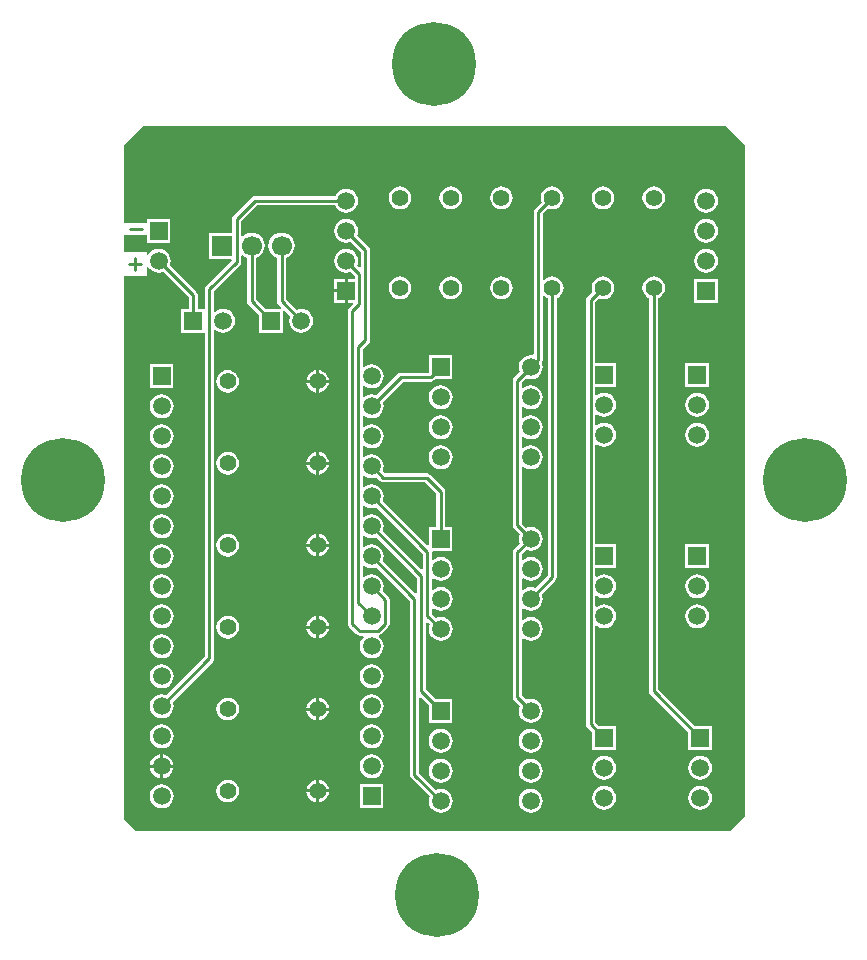
<source format=gtl>
G04 Layer_Physical_Order=1*
G04 Layer_Color=255*
%FSLAX44Y44*%
%MOMM*%
G71*
G01*
G75*
%ADD10C,0.2540*%
%ADD11R,1.5000X1.5000*%
%ADD12C,1.5000*%
%ADD13R,1.5000X1.5000*%
%ADD14C,1.4000*%
%ADD15R,1.7000X1.7000*%
%ADD16C,1.7000*%
%ADD17C,7.1000*%
G36*
X1118870Y1116330D02*
X1118870Y548640D01*
X1106170Y535940D01*
X603250D01*
X593090Y546100D01*
Y1005839D01*
X612137D01*
Y1013522D01*
X613407Y1013774D01*
X613530Y1013477D01*
X615139Y1011379D01*
X617237Y1009770D01*
X619679Y1008758D01*
X622300Y1008413D01*
X624921Y1008758D01*
X626100Y1009247D01*
X647625Y987721D01*
Y977780D01*
X641470D01*
Y957700D01*
X661341D01*
Y683345D01*
X628640Y650643D01*
X627461Y651132D01*
X624840Y651477D01*
X622219Y651132D01*
X619777Y650120D01*
X617679Y648511D01*
X616070Y646413D01*
X615058Y643971D01*
X614713Y641350D01*
X615058Y638729D01*
X616070Y636287D01*
X617679Y634189D01*
X619777Y632580D01*
X622219Y631568D01*
X624840Y631223D01*
X627461Y631568D01*
X629903Y632580D01*
X632001Y634189D01*
X633610Y636287D01*
X634622Y638729D01*
X634967Y641350D01*
X634622Y643971D01*
X634133Y645150D01*
X667973Y678989D01*
X668815Y680249D01*
X669111Y681736D01*
Y959469D01*
X670381Y960095D01*
X671847Y958970D01*
X674289Y957958D01*
X676910Y957613D01*
X679531Y957958D01*
X681973Y958970D01*
X684071Y960579D01*
X685680Y962677D01*
X686692Y965119D01*
X687037Y967740D01*
X686692Y970361D01*
X685680Y972803D01*
X684071Y974901D01*
X681973Y976510D01*
X679531Y977522D01*
X676910Y977867D01*
X674289Y977522D01*
X671847Y976510D01*
X670381Y975385D01*
X669111Y976011D01*
Y992801D01*
X691087Y1014777D01*
X691929Y1016037D01*
X692225Y1017524D01*
Y1022650D01*
X693495Y1023114D01*
X695472Y1021597D01*
X697155Y1020900D01*
Y984250D01*
X697451Y982763D01*
X698293Y981503D01*
X707510Y972286D01*
Y957700D01*
X727590D01*
Y975947D01*
X728763Y976433D01*
X733657Y971540D01*
X733168Y970361D01*
X732823Y967740D01*
X733168Y965119D01*
X734180Y962677D01*
X735789Y960579D01*
X737887Y958970D01*
X740329Y957958D01*
X742950Y957613D01*
X745571Y957958D01*
X748013Y958970D01*
X750111Y960579D01*
X751720Y962677D01*
X752732Y965119D01*
X753077Y967740D01*
X752732Y970361D01*
X751720Y972803D01*
X750111Y974901D01*
X748013Y976510D01*
X745571Y977522D01*
X742950Y977867D01*
X740329Y977522D01*
X739150Y977033D01*
X730325Y985859D01*
Y1020900D01*
X732008Y1021597D01*
X734314Y1023366D01*
X736083Y1025672D01*
X737196Y1028358D01*
X737575Y1031240D01*
X737196Y1034122D01*
X736083Y1036808D01*
X734314Y1039114D01*
X732008Y1040883D01*
X729322Y1041996D01*
X726440Y1042375D01*
X723558Y1041996D01*
X720872Y1040883D01*
X718566Y1039114D01*
X716797Y1036808D01*
X715684Y1034122D01*
X715305Y1031240D01*
X715684Y1028358D01*
X716797Y1025672D01*
X718566Y1023366D01*
X720872Y1021597D01*
X722555Y1020900D01*
Y984250D01*
X722851Y982763D01*
X723693Y981503D01*
X726243Y978953D01*
X725757Y977780D01*
X713004D01*
X704925Y985859D01*
Y1020900D01*
X706608Y1021597D01*
X708914Y1023366D01*
X710683Y1025672D01*
X711796Y1028358D01*
X712175Y1031240D01*
X711796Y1034122D01*
X710683Y1036808D01*
X708914Y1039114D01*
X706608Y1040883D01*
X703922Y1041996D01*
X701040Y1042375D01*
X698158Y1041996D01*
X695472Y1040883D01*
X693495Y1039366D01*
X692225Y1039830D01*
Y1051983D01*
X705697Y1065455D01*
X771792D01*
X772280Y1064277D01*
X773889Y1062179D01*
X775987Y1060570D01*
X778429Y1059558D01*
X781050Y1059213D01*
X783671Y1059558D01*
X786113Y1060570D01*
X788211Y1062179D01*
X789820Y1064277D01*
X790832Y1066719D01*
X791177Y1069340D01*
X790832Y1071961D01*
X789820Y1074403D01*
X788211Y1076501D01*
X786113Y1078110D01*
X783671Y1079122D01*
X781050Y1079467D01*
X778429Y1079122D01*
X775987Y1078110D01*
X773889Y1076501D01*
X772280Y1074403D01*
X771792Y1073225D01*
X704088D01*
X702601Y1072929D01*
X701341Y1072087D01*
X685593Y1056339D01*
X684751Y1055079D01*
X684455Y1053592D01*
Y1042280D01*
X664600D01*
Y1020200D01*
X683965D01*
X684252Y1018930D01*
X662479Y997157D01*
X661637Y995897D01*
X661341Y994410D01*
Y977780D01*
X655395D01*
Y989330D01*
X655099Y990817D01*
X654257Y992077D01*
X631593Y1014740D01*
X632082Y1015919D01*
X632427Y1018540D01*
X632082Y1021161D01*
X631070Y1023603D01*
X629461Y1025701D01*
X627363Y1027310D01*
X624921Y1028322D01*
X622300Y1028667D01*
X619679Y1028322D01*
X617237Y1027310D01*
X615139Y1025701D01*
X613530Y1023603D01*
X613407Y1023306D01*
X612137Y1023558D01*
Y1026156D01*
X593090D01*
Y1040127D01*
X612260D01*
Y1033900D01*
X632340D01*
Y1053980D01*
X612260D01*
Y1050287D01*
X593090D01*
Y1116330D01*
X609600Y1132840D01*
X1102360Y1132840D01*
X1118870Y1116330D01*
D02*
G37*
%LPC*%
G36*
X624840Y676877D02*
X622219Y676532D01*
X619777Y675520D01*
X617679Y673911D01*
X616070Y671813D01*
X615058Y669371D01*
X614713Y666750D01*
X615058Y664129D01*
X616070Y661687D01*
X617679Y659589D01*
X619777Y657980D01*
X622219Y656968D01*
X624840Y656623D01*
X627461Y656968D01*
X629903Y657980D01*
X632001Y659589D01*
X633610Y661687D01*
X634622Y664129D01*
X634967Y666750D01*
X634622Y669371D01*
X633610Y671813D01*
X632001Y673911D01*
X629903Y675520D01*
X627461Y676532D01*
X624840Y676877D01*
D02*
G37*
G36*
X758190Y648392D02*
Y640207D01*
X766375D01*
X766214Y641427D01*
X765253Y643748D01*
X763724Y645741D01*
X761731Y647270D01*
X759410Y648231D01*
X758190Y648392D01*
D02*
G37*
G36*
X680720Y717901D02*
X678230Y717573D01*
X675909Y716612D01*
X673916Y715083D01*
X672387Y713090D01*
X671426Y710769D01*
X671098Y708279D01*
X671426Y705789D01*
X672387Y703468D01*
X673916Y701475D01*
X675909Y699946D01*
X678230Y698985D01*
X680720Y698657D01*
X683210Y698985D01*
X685531Y699946D01*
X687524Y701475D01*
X689053Y703468D01*
X690014Y705789D01*
X690342Y708279D01*
X690014Y710769D01*
X689053Y713090D01*
X687524Y715083D01*
X685531Y716612D01*
X683210Y717573D01*
X680720Y717901D01*
D02*
G37*
G36*
X624840Y702277D02*
X622219Y701932D01*
X619777Y700920D01*
X617679Y699311D01*
X616070Y697213D01*
X615058Y694771D01*
X614713Y692150D01*
X615058Y689529D01*
X616070Y687087D01*
X617679Y684989D01*
X619777Y683380D01*
X622219Y682368D01*
X624840Y682023D01*
X627461Y682368D01*
X629903Y683380D01*
X632001Y684989D01*
X633610Y687087D01*
X634622Y689529D01*
X634967Y692150D01*
X634622Y694771D01*
X633610Y697213D01*
X632001Y699311D01*
X629903Y700920D01*
X627461Y701932D01*
X624840Y702277D01*
D02*
G37*
G36*
X802640Y676877D02*
X800019Y676532D01*
X797577Y675520D01*
X795479Y673911D01*
X793870Y671813D01*
X792858Y669371D01*
X792513Y666750D01*
X792858Y664129D01*
X793870Y661687D01*
X795479Y659589D01*
X797577Y657980D01*
X800019Y656968D01*
X802640Y656623D01*
X805261Y656968D01*
X807703Y657980D01*
X809801Y659589D01*
X811410Y661687D01*
X812422Y664129D01*
X812767Y666750D01*
X812422Y669371D01*
X811410Y671813D01*
X809801Y673911D01*
X807703Y675520D01*
X805261Y676532D01*
X802640Y676877D01*
D02*
G37*
G36*
X755650Y637667D02*
X747465D01*
X747626Y636447D01*
X748587Y634126D01*
X750116Y632133D01*
X752109Y630604D01*
X754430Y629643D01*
X755650Y629482D01*
Y637667D01*
D02*
G37*
G36*
X680720Y648559D02*
X678230Y648231D01*
X675909Y647270D01*
X673916Y645741D01*
X672387Y643748D01*
X671426Y641427D01*
X671098Y638937D01*
X671426Y636447D01*
X672387Y634126D01*
X673916Y632133D01*
X675909Y630604D01*
X678230Y629643D01*
X680720Y629315D01*
X683210Y629643D01*
X685531Y630604D01*
X687524Y632133D01*
X689053Y634126D01*
X690014Y636447D01*
X690342Y638937D01*
X690014Y641427D01*
X689053Y643748D01*
X687524Y645741D01*
X685531Y647270D01*
X683210Y648231D01*
X680720Y648559D01*
D02*
G37*
G36*
X802640Y626077D02*
X800019Y625732D01*
X797577Y624720D01*
X795479Y623111D01*
X793870Y621013D01*
X792858Y618571D01*
X792513Y615950D01*
X792858Y613329D01*
X793870Y610887D01*
X795479Y608789D01*
X797577Y607180D01*
X800019Y606168D01*
X802640Y605823D01*
X805261Y606168D01*
X807703Y607180D01*
X809801Y608789D01*
X811410Y610887D01*
X812422Y613329D01*
X812767Y615950D01*
X812422Y618571D01*
X811410Y621013D01*
X809801Y623111D01*
X807703Y624720D01*
X805261Y625732D01*
X802640Y626077D01*
D02*
G37*
G36*
X755650Y648392D02*
X754430Y648231D01*
X752109Y647270D01*
X750116Y645741D01*
X748587Y643748D01*
X747626Y641427D01*
X747465Y640207D01*
X755650D01*
Y648392D01*
D02*
G37*
G36*
X802640Y651477D02*
X800019Y651132D01*
X797577Y650120D01*
X795479Y648511D01*
X793870Y646413D01*
X792858Y643971D01*
X792513Y641350D01*
X792858Y638729D01*
X793870Y636287D01*
X795479Y634189D01*
X797577Y632580D01*
X800019Y631568D01*
X802640Y631223D01*
X805261Y631568D01*
X807703Y632580D01*
X809801Y634189D01*
X811410Y636287D01*
X812422Y638729D01*
X812767Y641350D01*
X812422Y643971D01*
X811410Y646413D01*
X809801Y648511D01*
X807703Y650120D01*
X805261Y651132D01*
X802640Y651477D01*
D02*
G37*
G36*
X766375Y637667D02*
X758190D01*
Y629482D01*
X759410Y629643D01*
X761731Y630604D01*
X763724Y632133D01*
X765253Y634126D01*
X766214Y636447D01*
X766375Y637667D01*
D02*
G37*
G36*
X1078230Y753077D02*
X1075609Y752732D01*
X1073167Y751720D01*
X1071069Y750111D01*
X1069460Y748013D01*
X1068448Y745571D01*
X1068103Y742950D01*
X1068448Y740329D01*
X1069460Y737887D01*
X1071069Y735789D01*
X1073167Y734180D01*
X1075609Y733168D01*
X1078230Y732823D01*
X1080851Y733168D01*
X1083293Y734180D01*
X1085391Y735789D01*
X1087000Y737887D01*
X1088012Y740329D01*
X1088357Y742950D01*
X1088012Y745571D01*
X1087000Y748013D01*
X1085391Y750111D01*
X1083293Y751720D01*
X1080851Y752732D01*
X1078230Y753077D01*
D02*
G37*
G36*
X624840D02*
X622219Y752732D01*
X619777Y751720D01*
X617679Y750111D01*
X616070Y748013D01*
X615058Y745571D01*
X614713Y742950D01*
X615058Y740329D01*
X616070Y737887D01*
X617679Y735789D01*
X619777Y734180D01*
X622219Y733168D01*
X624840Y732823D01*
X627461Y733168D01*
X629903Y734180D01*
X632001Y735789D01*
X633610Y737887D01*
X634622Y740329D01*
X634967Y742950D01*
X634622Y745571D01*
X633610Y748013D01*
X632001Y750111D01*
X629903Y751720D01*
X627461Y752732D01*
X624840Y753077D01*
D02*
G37*
G36*
Y778477D02*
X622219Y778132D01*
X619777Y777120D01*
X617679Y775511D01*
X616070Y773413D01*
X615058Y770971D01*
X614713Y768350D01*
X615058Y765729D01*
X616070Y763287D01*
X617679Y761189D01*
X619777Y759580D01*
X622219Y758568D01*
X624840Y758223D01*
X627461Y758568D01*
X629903Y759580D01*
X632001Y761189D01*
X633610Y763287D01*
X634622Y765729D01*
X634967Y768350D01*
X634622Y770971D01*
X633610Y773413D01*
X632001Y775511D01*
X629903Y777120D01*
X627461Y778132D01*
X624840Y778477D01*
D02*
G37*
G36*
X680720Y787243D02*
X678230Y786915D01*
X675909Y785954D01*
X673916Y784425D01*
X672387Y782432D01*
X671426Y780111D01*
X671098Y777621D01*
X671426Y775131D01*
X672387Y772810D01*
X673916Y770817D01*
X675909Y769288D01*
X678230Y768327D01*
X680720Y767999D01*
X683210Y768327D01*
X685531Y769288D01*
X687524Y770817D01*
X689053Y772810D01*
X690014Y775131D01*
X690342Y777621D01*
X690014Y780111D01*
X689053Y782432D01*
X687524Y784425D01*
X685531Y785954D01*
X683210Y786915D01*
X680720Y787243D01*
D02*
G37*
G36*
X1088270Y778390D02*
X1068190D01*
Y758310D01*
X1088270D01*
Y778390D01*
D02*
G37*
G36*
X758190Y717734D02*
Y709549D01*
X766375D01*
X766214Y710769D01*
X765253Y713090D01*
X763724Y715083D01*
X761731Y716612D01*
X759410Y717573D01*
X758190Y717734D01*
D02*
G37*
G36*
X766375Y707009D02*
X758190D01*
Y698824D01*
X759410Y698985D01*
X761731Y699946D01*
X763724Y701475D01*
X765253Y703468D01*
X766214Y705789D01*
X766375Y707009D01*
D02*
G37*
G36*
X755650D02*
X747465D01*
X747626Y705789D01*
X748587Y703468D01*
X750116Y701475D01*
X752109Y699946D01*
X754430Y698985D01*
X755650Y698824D01*
Y707009D01*
D02*
G37*
G36*
X624840Y727677D02*
X622219Y727332D01*
X619777Y726320D01*
X617679Y724711D01*
X616070Y722613D01*
X615058Y720171D01*
X614713Y717550D01*
X615058Y714929D01*
X616070Y712487D01*
X617679Y710389D01*
X619777Y708780D01*
X622219Y707768D01*
X624840Y707423D01*
X627461Y707768D01*
X629903Y708780D01*
X632001Y710389D01*
X633610Y712487D01*
X634622Y714929D01*
X634967Y717550D01*
X634622Y720171D01*
X633610Y722613D01*
X632001Y724711D01*
X629903Y726320D01*
X627461Y727332D01*
X624840Y727677D01*
D02*
G37*
G36*
X755650Y717734D02*
X754430Y717573D01*
X752109Y716612D01*
X750116Y715083D01*
X748587Y713090D01*
X747626Y710769D01*
X747465Y709549D01*
X755650D01*
Y717734D01*
D02*
G37*
G36*
X1078230Y727677D02*
X1075609Y727332D01*
X1073167Y726320D01*
X1071069Y724711D01*
X1069460Y722613D01*
X1068448Y720171D01*
X1068103Y717550D01*
X1068448Y714929D01*
X1069460Y712487D01*
X1071069Y710389D01*
X1073167Y708780D01*
X1075609Y707768D01*
X1078230Y707423D01*
X1080851Y707768D01*
X1083293Y708780D01*
X1085391Y710389D01*
X1087000Y712487D01*
X1088012Y714929D01*
X1088357Y717550D01*
X1088012Y720171D01*
X1087000Y722613D01*
X1085391Y724711D01*
X1083293Y726320D01*
X1080851Y727332D01*
X1078230Y727677D01*
D02*
G37*
G36*
X624840Y626077D02*
X622219Y625732D01*
X619777Y624720D01*
X617679Y623111D01*
X616070Y621013D01*
X615058Y618571D01*
X614713Y615950D01*
X615058Y613329D01*
X616070Y610887D01*
X617679Y608789D01*
X619777Y607180D01*
X622219Y606168D01*
X624840Y605823D01*
X627461Y606168D01*
X629903Y607180D01*
X632001Y608789D01*
X633610Y610887D01*
X634622Y613329D01*
X634967Y615950D01*
X634622Y618571D01*
X633610Y621013D01*
X632001Y623111D01*
X629903Y624720D01*
X627461Y625732D01*
X624840Y626077D01*
D02*
G37*
G36*
X766375Y568325D02*
X758190D01*
Y560140D01*
X759410Y560301D01*
X761731Y561262D01*
X763724Y562791D01*
X765253Y564784D01*
X766214Y567105D01*
X766375Y568325D01*
D02*
G37*
G36*
X755650D02*
X747465D01*
X747626Y567105D01*
X748587Y564784D01*
X750116Y562791D01*
X752109Y561262D01*
X754430Y560301D01*
X755650Y560140D01*
Y568325D01*
D02*
G37*
G36*
Y579050D02*
X754430Y578889D01*
X752109Y577928D01*
X750116Y576399D01*
X748587Y574406D01*
X747626Y572085D01*
X747465Y570865D01*
X755650D01*
Y579050D01*
D02*
G37*
G36*
X861060Y596867D02*
X858439Y596522D01*
X855997Y595510D01*
X853899Y593901D01*
X852290Y591803D01*
X851278Y589361D01*
X850933Y586740D01*
X851278Y584119D01*
X852290Y581677D01*
X853899Y579579D01*
X855997Y577970D01*
X858439Y576958D01*
X861060Y576613D01*
X863681Y576958D01*
X866123Y577970D01*
X868221Y579579D01*
X869830Y581677D01*
X870842Y584119D01*
X871187Y586740D01*
X870842Y589361D01*
X869830Y591803D01*
X868221Y593901D01*
X866123Y595510D01*
X863681Y596522D01*
X861060Y596867D01*
D02*
G37*
G36*
X758190Y579050D02*
Y570865D01*
X766375D01*
X766214Y572085D01*
X765253Y574406D01*
X763724Y576399D01*
X761731Y577928D01*
X759410Y578889D01*
X758190Y579050D01*
D02*
G37*
G36*
X680720Y579217D02*
X678230Y578889D01*
X675909Y577928D01*
X673916Y576399D01*
X672387Y574406D01*
X671426Y572085D01*
X671098Y569595D01*
X671426Y567105D01*
X672387Y564784D01*
X673916Y562791D01*
X675909Y561262D01*
X678230Y560301D01*
X680720Y559973D01*
X683210Y560301D01*
X685531Y561262D01*
X687524Y562791D01*
X689053Y564784D01*
X690014Y567105D01*
X690342Y569595D01*
X690014Y572085D01*
X689053Y574406D01*
X687524Y576399D01*
X685531Y577928D01*
X683210Y578889D01*
X680720Y579217D01*
D02*
G37*
G36*
X999490Y574007D02*
X996869Y573662D01*
X994427Y572650D01*
X992329Y571041D01*
X990720Y568943D01*
X989708Y566501D01*
X989363Y563880D01*
X989708Y561259D01*
X990720Y558817D01*
X992329Y556719D01*
X994427Y555110D01*
X996869Y554098D01*
X999490Y553753D01*
X1002111Y554098D01*
X1004553Y555110D01*
X1006651Y556719D01*
X1008260Y558817D01*
X1009272Y561259D01*
X1009617Y563880D01*
X1009272Y566501D01*
X1008260Y568943D01*
X1006651Y571041D01*
X1004553Y572650D01*
X1002111Y573662D01*
X999490Y574007D01*
D02*
G37*
G36*
X937260Y571467D02*
X934639Y571122D01*
X932197Y570110D01*
X930099Y568501D01*
X928490Y566403D01*
X927478Y563961D01*
X927133Y561340D01*
X927478Y558719D01*
X928490Y556277D01*
X930099Y554179D01*
X932197Y552570D01*
X934639Y551558D01*
X937260Y551213D01*
X939881Y551558D01*
X942323Y552570D01*
X944421Y554179D01*
X946030Y556277D01*
X947042Y558719D01*
X947387Y561340D01*
X947042Y563961D01*
X946030Y566403D01*
X944421Y568501D01*
X942323Y570110D01*
X939881Y571122D01*
X937260Y571467D01*
D02*
G37*
G36*
X1080770Y574007D02*
X1078149Y573662D01*
X1075707Y572650D01*
X1073609Y571041D01*
X1072000Y568943D01*
X1070988Y566501D01*
X1070643Y563880D01*
X1070988Y561259D01*
X1072000Y558817D01*
X1073609Y556719D01*
X1075707Y555110D01*
X1078149Y554098D01*
X1080770Y553753D01*
X1083391Y554098D01*
X1085833Y555110D01*
X1087931Y556719D01*
X1089540Y558817D01*
X1090552Y561259D01*
X1090897Y563880D01*
X1090552Y566501D01*
X1089540Y568943D01*
X1087931Y571041D01*
X1085833Y572650D01*
X1083391Y573662D01*
X1080770Y574007D01*
D02*
G37*
G36*
X812680Y575190D02*
X792600D01*
Y555110D01*
X812680D01*
Y575190D01*
D02*
G37*
G36*
X624840Y575277D02*
X622219Y574932D01*
X619777Y573920D01*
X617679Y572311D01*
X616070Y570213D01*
X615058Y567771D01*
X614713Y565150D01*
X615058Y562529D01*
X616070Y560087D01*
X617679Y557989D01*
X619777Y556380D01*
X622219Y555368D01*
X624840Y555023D01*
X627461Y555368D01*
X629903Y556380D01*
X632001Y557989D01*
X633610Y560087D01*
X634622Y562529D01*
X634967Y565150D01*
X634622Y567771D01*
X633610Y570213D01*
X632001Y572311D01*
X629903Y573920D01*
X627461Y574932D01*
X624840Y575277D01*
D02*
G37*
G36*
X626110Y600509D02*
Y591820D01*
X634799D01*
X634622Y593171D01*
X633610Y595613D01*
X632001Y597711D01*
X629903Y599320D01*
X627461Y600332D01*
X626110Y600509D01*
D02*
G37*
G36*
X623570D02*
X622219Y600332D01*
X619777Y599320D01*
X617679Y597711D01*
X616070Y595613D01*
X615058Y593171D01*
X614881Y591820D01*
X623570D01*
Y600509D01*
D02*
G37*
G36*
X861060Y622267D02*
X858439Y621922D01*
X855997Y620910D01*
X853899Y619301D01*
X852290Y617203D01*
X851278Y614761D01*
X850933Y612140D01*
X851278Y609519D01*
X852290Y607077D01*
X853899Y604979D01*
X855997Y603370D01*
X858439Y602358D01*
X861060Y602013D01*
X863681Y602358D01*
X866123Y603370D01*
X868221Y604979D01*
X869830Y607077D01*
X870842Y609519D01*
X871187Y612140D01*
X870842Y614761D01*
X869830Y617203D01*
X868221Y619301D01*
X866123Y620910D01*
X863681Y621922D01*
X861060Y622267D01*
D02*
G37*
G36*
X1041400Y1005302D02*
X1038910Y1004974D01*
X1036589Y1004013D01*
X1034596Y1002484D01*
X1033067Y1000491D01*
X1032106Y998170D01*
X1031778Y995680D01*
X1032106Y993190D01*
X1033067Y990869D01*
X1034596Y988876D01*
X1036589Y987347D01*
X1037515Y986963D01*
Y654050D01*
X1037811Y652563D01*
X1038653Y651303D01*
X1070730Y619226D01*
Y604640D01*
X1090810D01*
Y624720D01*
X1076224D01*
X1045285Y655659D01*
Y986963D01*
X1046211Y987347D01*
X1048204Y988876D01*
X1049733Y990869D01*
X1050694Y993190D01*
X1051022Y995680D01*
X1050694Y998170D01*
X1049733Y1000491D01*
X1048204Y1002484D01*
X1046211Y1004013D01*
X1043890Y1004974D01*
X1041400Y1005302D01*
D02*
G37*
G36*
X937260Y622267D02*
X934639Y621922D01*
X932197Y620910D01*
X930099Y619301D01*
X928490Y617203D01*
X927478Y614761D01*
X927133Y612140D01*
X927478Y609519D01*
X928490Y607077D01*
X930099Y604979D01*
X932197Y603370D01*
X934639Y602358D01*
X937260Y602013D01*
X939881Y602358D01*
X942323Y603370D01*
X944421Y604979D01*
X946030Y607077D01*
X947042Y609519D01*
X947387Y612140D01*
X947042Y614761D01*
X946030Y617203D01*
X944421Y619301D01*
X942323Y620910D01*
X939881Y621922D01*
X937260Y622267D01*
D02*
G37*
G36*
X634799Y589280D02*
X626110D01*
Y580591D01*
X627461Y580768D01*
X629903Y581780D01*
X632001Y583389D01*
X633610Y585487D01*
X634622Y587929D01*
X634799Y589280D01*
D02*
G37*
G36*
X999490Y599407D02*
X996869Y599062D01*
X994427Y598050D01*
X992329Y596441D01*
X990720Y594343D01*
X989708Y591901D01*
X989363Y589280D01*
X989708Y586659D01*
X990720Y584217D01*
X992329Y582119D01*
X994427Y580510D01*
X996869Y579498D01*
X999490Y579153D01*
X1002111Y579498D01*
X1004553Y580510D01*
X1006651Y582119D01*
X1008260Y584217D01*
X1009272Y586659D01*
X1009617Y589280D01*
X1009272Y591901D01*
X1008260Y594343D01*
X1006651Y596441D01*
X1004553Y598050D01*
X1002111Y599062D01*
X999490Y599407D01*
D02*
G37*
G36*
X937260Y596867D02*
X934639Y596522D01*
X932197Y595510D01*
X930099Y593901D01*
X928490Y591803D01*
X927478Y589361D01*
X927133Y586740D01*
X927478Y584119D01*
X928490Y581677D01*
X930099Y579579D01*
X932197Y577970D01*
X934639Y576958D01*
X937260Y576613D01*
X939881Y576958D01*
X942323Y577970D01*
X944421Y579579D01*
X946030Y581677D01*
X947042Y584119D01*
X947387Y586740D01*
X947042Y589361D01*
X946030Y591803D01*
X944421Y593901D01*
X942323Y595510D01*
X939881Y596522D01*
X937260Y596867D01*
D02*
G37*
G36*
X1080770Y599407D02*
X1078149Y599062D01*
X1075707Y598050D01*
X1073609Y596441D01*
X1072000Y594343D01*
X1070988Y591901D01*
X1070643Y589280D01*
X1070988Y586659D01*
X1072000Y584217D01*
X1073609Y582119D01*
X1075707Y580510D01*
X1078149Y579498D01*
X1080770Y579153D01*
X1083391Y579498D01*
X1085833Y580510D01*
X1087931Y582119D01*
X1089540Y584217D01*
X1090552Y586659D01*
X1090897Y589280D01*
X1090552Y591901D01*
X1089540Y594343D01*
X1087931Y596441D01*
X1085833Y598050D01*
X1083391Y599062D01*
X1080770Y599407D01*
D02*
G37*
G36*
X623570Y589280D02*
X614881D01*
X615058Y587929D01*
X616070Y585487D01*
X617679Y583389D01*
X619777Y581780D01*
X622219Y580768D01*
X623570Y580591D01*
Y589280D01*
D02*
G37*
G36*
X802640Y600677D02*
X800019Y600332D01*
X797577Y599320D01*
X795479Y597711D01*
X793870Y595613D01*
X792858Y593171D01*
X792513Y590550D01*
X792858Y587929D01*
X793870Y585487D01*
X795479Y583389D01*
X797577Y581780D01*
X800019Y580768D01*
X802640Y580423D01*
X805261Y580768D01*
X807703Y581780D01*
X809801Y583389D01*
X811410Y585487D01*
X812422Y587929D01*
X812767Y590550D01*
X812422Y593171D01*
X811410Y595613D01*
X809801Y597711D01*
X807703Y599320D01*
X805261Y600332D01*
X802640Y600677D01*
D02*
G37*
G36*
X1095890Y1003180D02*
X1075810D01*
Y983100D01*
X1095890D01*
Y1003180D01*
D02*
G37*
G36*
X779780Y991870D02*
X771010D01*
Y983100D01*
X779780D01*
Y991870D01*
D02*
G37*
G36*
X826770Y1005302D02*
X824280Y1004974D01*
X821959Y1004013D01*
X819966Y1002484D01*
X818437Y1000491D01*
X817476Y998170D01*
X817148Y995680D01*
X817476Y993190D01*
X818437Y990869D01*
X819966Y988876D01*
X821959Y987347D01*
X824280Y986386D01*
X826770Y986058D01*
X829260Y986386D01*
X831581Y987347D01*
X833574Y988876D01*
X835103Y990869D01*
X836064Y993190D01*
X836392Y995680D01*
X836064Y998170D01*
X835103Y1000491D01*
X833574Y1002484D01*
X831581Y1004013D01*
X829260Y1004974D01*
X826770Y1005302D01*
D02*
G37*
G36*
X912622D02*
X910132Y1004974D01*
X907811Y1004013D01*
X905818Y1002484D01*
X904289Y1000491D01*
X903328Y998170D01*
X903000Y995680D01*
X903328Y993190D01*
X904289Y990869D01*
X905818Y988876D01*
X907811Y987347D01*
X910132Y986386D01*
X912622Y986058D01*
X915112Y986386D01*
X917433Y987347D01*
X919426Y988876D01*
X920955Y990869D01*
X921916Y993190D01*
X922244Y995680D01*
X921916Y998170D01*
X920955Y1000491D01*
X919426Y1002484D01*
X917433Y1004013D01*
X915112Y1004974D01*
X912622Y1005302D01*
D02*
G37*
G36*
X869696D02*
X867206Y1004974D01*
X864885Y1004013D01*
X862892Y1002484D01*
X861363Y1000491D01*
X860402Y998170D01*
X860074Y995680D01*
X860402Y993190D01*
X861363Y990869D01*
X862892Y988876D01*
X864885Y987347D01*
X867206Y986386D01*
X869696Y986058D01*
X872186Y986386D01*
X874507Y987347D01*
X876500Y988876D01*
X878029Y990869D01*
X878990Y993190D01*
X879318Y995680D01*
X878990Y998170D01*
X878029Y1000491D01*
X876500Y1002484D01*
X874507Y1004013D01*
X872186Y1004974D01*
X869696Y1005302D01*
D02*
G37*
G36*
X758190Y925760D02*
Y917575D01*
X766375D01*
X766214Y918795D01*
X765253Y921116D01*
X763724Y923109D01*
X761731Y924638D01*
X759410Y925599D01*
X758190Y925760D01*
D02*
G37*
G36*
X766375Y915035D02*
X758190D01*
Y906850D01*
X759410Y907011D01*
X761731Y907972D01*
X763724Y909501D01*
X765253Y911494D01*
X766214Y913815D01*
X766375Y915035D01*
D02*
G37*
G36*
X755650D02*
X747465D01*
X747626Y913815D01*
X748587Y911494D01*
X750116Y909501D01*
X752109Y907972D01*
X754430Y907011D01*
X755650Y906850D01*
Y915035D01*
D02*
G37*
G36*
X634880Y930790D02*
X614800D01*
Y910710D01*
X634880D01*
Y930790D01*
D02*
G37*
G36*
X755650Y925760D02*
X754430Y925599D01*
X752109Y924638D01*
X750116Y923109D01*
X748587Y921116D01*
X747626Y918795D01*
X747465Y917575D01*
X755650D01*
Y925760D01*
D02*
G37*
G36*
X1088270Y932060D02*
X1068190D01*
Y911980D01*
X1088270D01*
Y932060D01*
D02*
G37*
G36*
X998474Y1005302D02*
X995984Y1004974D01*
X993663Y1004013D01*
X991670Y1002484D01*
X990141Y1000491D01*
X989180Y998170D01*
X988852Y995680D01*
X989180Y993190D01*
X989563Y992263D01*
X985313Y988013D01*
X984471Y986753D01*
X984175Y985266D01*
Y626110D01*
X984471Y624623D01*
X985313Y623363D01*
X989450Y619226D01*
Y604640D01*
X1009530D01*
Y624720D01*
X994944D01*
X991945Y627719D01*
Y709084D01*
X993215Y709710D01*
X994427Y708780D01*
X996869Y707768D01*
X999490Y707423D01*
X1002111Y707768D01*
X1004553Y708780D01*
X1006651Y710389D01*
X1008260Y712487D01*
X1009272Y714929D01*
X1009617Y717550D01*
X1009272Y720171D01*
X1008260Y722613D01*
X1006651Y724711D01*
X1004553Y726320D01*
X1002111Y727332D01*
X999490Y727677D01*
X996869Y727332D01*
X994427Y726320D01*
X993215Y725390D01*
X991945Y726016D01*
Y734484D01*
X993215Y735110D01*
X994427Y734180D01*
X996869Y733168D01*
X999490Y732823D01*
X1002111Y733168D01*
X1004553Y734180D01*
X1006651Y735789D01*
X1008260Y737887D01*
X1009272Y740329D01*
X1009617Y742950D01*
X1009272Y745571D01*
X1008260Y748013D01*
X1006651Y750111D01*
X1004553Y751720D01*
X1002111Y752732D01*
X999490Y753077D01*
X996869Y752732D01*
X994427Y751720D01*
X993215Y750790D01*
X991945Y751416D01*
Y758310D01*
X1009530D01*
Y778390D01*
X991945D01*
Y862754D01*
X993215Y863380D01*
X994427Y862450D01*
X996869Y861438D01*
X999490Y861093D01*
X1002111Y861438D01*
X1004553Y862450D01*
X1006651Y864059D01*
X1008260Y866157D01*
X1009272Y868599D01*
X1009617Y871220D01*
X1009272Y873841D01*
X1008260Y876283D01*
X1006651Y878381D01*
X1004553Y879990D01*
X1002111Y881002D01*
X999490Y881347D01*
X996869Y881002D01*
X994427Y879990D01*
X993215Y879060D01*
X991945Y879686D01*
Y888154D01*
X993215Y888780D01*
X994427Y887850D01*
X996869Y886838D01*
X999490Y886493D01*
X1002111Y886838D01*
X1004553Y887850D01*
X1006651Y889459D01*
X1008260Y891557D01*
X1009272Y893999D01*
X1009617Y896620D01*
X1009272Y899241D01*
X1008260Y901683D01*
X1006651Y903781D01*
X1004553Y905390D01*
X1002111Y906402D01*
X999490Y906747D01*
X996869Y906402D01*
X994427Y905390D01*
X993215Y904460D01*
X991945Y905086D01*
Y911980D01*
X1009530D01*
Y932060D01*
X991945D01*
Y983657D01*
X995057Y986769D01*
X995984Y986386D01*
X998474Y986058D01*
X1000964Y986386D01*
X1003285Y987347D01*
X1005278Y988876D01*
X1006807Y990869D01*
X1007768Y993190D01*
X1008096Y995680D01*
X1007768Y998170D01*
X1006807Y1000491D01*
X1005278Y1002484D01*
X1003285Y1004013D01*
X1000964Y1004974D01*
X998474Y1005302D01*
D02*
G37*
G36*
X912622Y1081502D02*
X910132Y1081174D01*
X907811Y1080213D01*
X905818Y1078684D01*
X904289Y1076691D01*
X903328Y1074370D01*
X903000Y1071880D01*
X903328Y1069390D01*
X904289Y1067069D01*
X905818Y1065076D01*
X907811Y1063547D01*
X910132Y1062586D01*
X912622Y1062258D01*
X915112Y1062586D01*
X917433Y1063547D01*
X919426Y1065076D01*
X920955Y1067069D01*
X921916Y1069390D01*
X922244Y1071880D01*
X921916Y1074370D01*
X920955Y1076691D01*
X919426Y1078684D01*
X917433Y1080213D01*
X915112Y1081174D01*
X912622Y1081502D01*
D02*
G37*
G36*
X869696D02*
X867206Y1081174D01*
X864885Y1080213D01*
X862892Y1078684D01*
X861363Y1076691D01*
X860402Y1074370D01*
X860074Y1071880D01*
X860402Y1069390D01*
X861363Y1067069D01*
X862892Y1065076D01*
X864885Y1063547D01*
X867206Y1062586D01*
X869696Y1062258D01*
X872186Y1062586D01*
X874507Y1063547D01*
X876500Y1065076D01*
X878029Y1067069D01*
X878990Y1069390D01*
X879318Y1071880D01*
X878990Y1074370D01*
X878029Y1076691D01*
X876500Y1078684D01*
X874507Y1080213D01*
X872186Y1081174D01*
X869696Y1081502D01*
D02*
G37*
G36*
X955548D02*
X953058Y1081174D01*
X950737Y1080213D01*
X948744Y1078684D01*
X947215Y1076691D01*
X946254Y1074370D01*
X945926Y1071880D01*
X946254Y1069390D01*
X946637Y1068463D01*
X940863Y1062689D01*
X940021Y1061429D01*
X939725Y1059942D01*
Y939135D01*
X938771Y938298D01*
X937260Y938497D01*
X934639Y938152D01*
X932197Y937140D01*
X930099Y935531D01*
X928490Y933433D01*
X927478Y930991D01*
X927133Y928370D01*
X927478Y925749D01*
X927967Y924570D01*
X923083Y919687D01*
X922241Y918427D01*
X921945Y916940D01*
Y794385D01*
X922241Y792898D01*
X923083Y791638D01*
X927967Y786755D01*
X927478Y785576D01*
X927133Y782955D01*
X927478Y780334D01*
X927967Y779155D01*
X923083Y774272D01*
X922241Y773012D01*
X921945Y771525D01*
Y648970D01*
X922241Y647483D01*
X923083Y646223D01*
X927967Y641340D01*
X927478Y640161D01*
X927133Y637540D01*
X927478Y634919D01*
X928490Y632477D01*
X930099Y630379D01*
X932197Y628770D01*
X934639Y627758D01*
X937260Y627413D01*
X939881Y627758D01*
X942323Y628770D01*
X944421Y630379D01*
X946030Y632477D01*
X947042Y634919D01*
X947387Y637540D01*
X947042Y640161D01*
X946030Y642603D01*
X944421Y644701D01*
X942323Y646310D01*
X939881Y647322D01*
X937260Y647667D01*
X934639Y647322D01*
X933460Y646833D01*
X929715Y650579D01*
Y698289D01*
X930985Y698915D01*
X932197Y697985D01*
X934639Y696973D01*
X937260Y696628D01*
X939881Y696973D01*
X942323Y697985D01*
X944421Y699594D01*
X946030Y701692D01*
X947042Y704134D01*
X947387Y706755D01*
X947042Y709376D01*
X946030Y711818D01*
X944421Y713916D01*
X942323Y715525D01*
X939881Y716537D01*
X937260Y716882D01*
X934639Y716537D01*
X932197Y715525D01*
X930985Y714595D01*
X929715Y715221D01*
Y723689D01*
X930985Y724315D01*
X932197Y723385D01*
X934639Y722373D01*
X937260Y722028D01*
X939881Y722373D01*
X942323Y723385D01*
X944421Y724994D01*
X946030Y727092D01*
X947042Y729534D01*
X947387Y732155D01*
X947042Y734776D01*
X946553Y735955D01*
X958295Y747696D01*
X959137Y748956D01*
X959433Y750443D01*
Y986963D01*
X960359Y987347D01*
X962352Y988876D01*
X963881Y990869D01*
X964842Y993190D01*
X965170Y995680D01*
X964842Y998170D01*
X963881Y1000491D01*
X962352Y1002484D01*
X960359Y1004013D01*
X958038Y1004974D01*
X955548Y1005302D01*
X953058Y1004974D01*
X950737Y1004013D01*
X948765Y1002500D01*
X948286Y1002563D01*
X947495Y1002831D01*
Y1058333D01*
X952131Y1062969D01*
X953058Y1062586D01*
X955548Y1062258D01*
X958038Y1062586D01*
X960359Y1063547D01*
X962352Y1065076D01*
X963881Y1067069D01*
X964842Y1069390D01*
X965170Y1071880D01*
X964842Y1074370D01*
X963881Y1076691D01*
X962352Y1078684D01*
X960359Y1080213D01*
X958038Y1081174D01*
X955548Y1081502D01*
D02*
G37*
G36*
X1041400D02*
X1038910Y1081174D01*
X1036589Y1080213D01*
X1034596Y1078684D01*
X1033067Y1076691D01*
X1032106Y1074370D01*
X1031778Y1071880D01*
X1032106Y1069390D01*
X1033067Y1067069D01*
X1034596Y1065076D01*
X1036589Y1063547D01*
X1038910Y1062586D01*
X1041400Y1062258D01*
X1043890Y1062586D01*
X1046211Y1063547D01*
X1048204Y1065076D01*
X1049733Y1067069D01*
X1050694Y1069390D01*
X1051022Y1071880D01*
X1050694Y1074370D01*
X1049733Y1076691D01*
X1048204Y1078684D01*
X1046211Y1080213D01*
X1043890Y1081174D01*
X1041400Y1081502D01*
D02*
G37*
G36*
X998474D02*
X995984Y1081174D01*
X993663Y1080213D01*
X991670Y1078684D01*
X990141Y1076691D01*
X989180Y1074370D01*
X988852Y1071880D01*
X989180Y1069390D01*
X990141Y1067069D01*
X991670Y1065076D01*
X993663Y1063547D01*
X995984Y1062586D01*
X998474Y1062258D01*
X1000964Y1062586D01*
X1003285Y1063547D01*
X1005278Y1065076D01*
X1006807Y1067069D01*
X1007768Y1069390D01*
X1008096Y1071880D01*
X1007768Y1074370D01*
X1006807Y1076691D01*
X1005278Y1078684D01*
X1003285Y1080213D01*
X1000964Y1081174D01*
X998474Y1081502D01*
D02*
G37*
G36*
X826770D02*
X824280Y1081174D01*
X821959Y1080213D01*
X819966Y1078684D01*
X818437Y1076691D01*
X817476Y1074370D01*
X817148Y1071880D01*
X817476Y1069390D01*
X818437Y1067069D01*
X819966Y1065076D01*
X821959Y1063547D01*
X824280Y1062586D01*
X826770Y1062258D01*
X829260Y1062586D01*
X831581Y1063547D01*
X833574Y1065076D01*
X835103Y1067069D01*
X836064Y1069390D01*
X836392Y1071880D01*
X836064Y1074370D01*
X835103Y1076691D01*
X833574Y1078684D01*
X831581Y1080213D01*
X829260Y1081174D01*
X826770Y1081502D01*
D02*
G37*
G36*
X1085850Y1028667D02*
X1083229Y1028322D01*
X1080787Y1027310D01*
X1078689Y1025701D01*
X1077080Y1023603D01*
X1076068Y1021161D01*
X1075723Y1018540D01*
X1076068Y1015919D01*
X1077080Y1013477D01*
X1078689Y1011379D01*
X1080787Y1009770D01*
X1083229Y1008758D01*
X1085850Y1008413D01*
X1088471Y1008758D01*
X1090913Y1009770D01*
X1093011Y1011379D01*
X1094620Y1013477D01*
X1095632Y1015919D01*
X1095977Y1018540D01*
X1095632Y1021161D01*
X1094620Y1023603D01*
X1093011Y1025701D01*
X1090913Y1027310D01*
X1088471Y1028322D01*
X1085850Y1028667D01*
D02*
G37*
G36*
X779780Y1003180D02*
X771010D01*
Y994410D01*
X779780D01*
Y1003180D01*
D02*
G37*
G36*
X781050Y1054067D02*
X778429Y1053722D01*
X775987Y1052710D01*
X773889Y1051101D01*
X772280Y1049003D01*
X771268Y1046561D01*
X770923Y1043940D01*
X771268Y1041319D01*
X772280Y1038877D01*
X773889Y1036779D01*
X775987Y1035170D01*
X778429Y1034158D01*
X781050Y1033813D01*
X783671Y1034158D01*
X784850Y1034647D01*
X793556Y1025941D01*
Y1013188D01*
X792382Y1012702D01*
X790343Y1014740D01*
X790832Y1015919D01*
X791177Y1018540D01*
X790832Y1021161D01*
X789820Y1023603D01*
X788211Y1025701D01*
X786113Y1027310D01*
X783671Y1028322D01*
X781050Y1028667D01*
X778429Y1028322D01*
X775987Y1027310D01*
X773889Y1025701D01*
X772280Y1023603D01*
X771268Y1021161D01*
X770923Y1018540D01*
X771268Y1015919D01*
X772280Y1013477D01*
X773889Y1011379D01*
X775987Y1009770D01*
X778429Y1008758D01*
X781050Y1008413D01*
X783671Y1008758D01*
X784850Y1009247D01*
X788475Y1005621D01*
Y1003180D01*
X782320D01*
Y993140D01*
Y983100D01*
X786477D01*
X786963Y981927D01*
X783383Y978347D01*
X782541Y977086D01*
X782245Y975600D01*
Y711200D01*
X782541Y709713D01*
X783383Y708453D01*
X789733Y702103D01*
X790993Y701261D01*
X792480Y700965D01*
X795550D01*
X795981Y699695D01*
X795479Y699311D01*
X793870Y697213D01*
X792858Y694771D01*
X792513Y692150D01*
X792858Y689529D01*
X793870Y687087D01*
X795479Y684989D01*
X797577Y683380D01*
X800019Y682368D01*
X802640Y682023D01*
X805261Y682368D01*
X807703Y683380D01*
X809801Y684989D01*
X811410Y687087D01*
X812422Y689529D01*
X812767Y692150D01*
X812422Y694771D01*
X811410Y697213D01*
X809801Y699311D01*
X809000Y699925D01*
X809202Y701234D01*
X809281Y701311D01*
X810467Y702103D01*
X816817Y708453D01*
X817659Y709713D01*
X817955Y711200D01*
Y731520D01*
X817659Y733007D01*
X816817Y734267D01*
X811933Y739150D01*
X812422Y740329D01*
X812767Y742950D01*
X812422Y745571D01*
X811410Y748013D01*
X809801Y750111D01*
X807703Y751720D01*
X805261Y752732D01*
X802640Y753077D01*
X800019Y752732D01*
X797577Y751720D01*
X796365Y750790D01*
X795095Y751416D01*
Y759884D01*
X796365Y760510D01*
X797577Y759580D01*
X800019Y758568D01*
X802640Y758223D01*
X805261Y758568D01*
X806440Y759057D01*
X835077Y730419D01*
Y583438D01*
X835373Y581951D01*
X836215Y580691D01*
X851767Y565140D01*
X851278Y563961D01*
X850933Y561340D01*
X851278Y558719D01*
X852290Y556277D01*
X853899Y554179D01*
X855997Y552570D01*
X858439Y551558D01*
X861060Y551213D01*
X863681Y551558D01*
X866123Y552570D01*
X868221Y554179D01*
X869830Y556277D01*
X870842Y558719D01*
X871187Y561340D01*
X870842Y563961D01*
X869830Y566403D01*
X868221Y568501D01*
X866123Y570110D01*
X863681Y571122D01*
X861060Y571467D01*
X858439Y571122D01*
X857260Y570633D01*
X842847Y585047D01*
Y648600D01*
X844020Y649086D01*
X851020Y642086D01*
Y627500D01*
X871100D01*
Y647580D01*
X856514D01*
X848555Y655539D01*
Y712107D01*
X849728Y712593D01*
X851767Y710555D01*
X851278Y709376D01*
X850933Y706755D01*
X851278Y704134D01*
X852290Y701692D01*
X853899Y699594D01*
X855997Y697985D01*
X858439Y696973D01*
X861060Y696628D01*
X863681Y696973D01*
X866123Y697985D01*
X868221Y699594D01*
X869830Y701692D01*
X870842Y704134D01*
X871187Y706755D01*
X870842Y709376D01*
X869830Y711818D01*
X868221Y713916D01*
X866123Y715525D01*
X863681Y716537D01*
X861060Y716882D01*
X858439Y716537D01*
X857260Y716048D01*
X853634Y719674D01*
Y723597D01*
X854904Y724223D01*
X855997Y723385D01*
X858439Y722373D01*
X861060Y722028D01*
X863681Y722373D01*
X866123Y723385D01*
X868221Y724994D01*
X869830Y727092D01*
X870842Y729534D01*
X871187Y732155D01*
X870842Y734776D01*
X869830Y737218D01*
X868221Y739316D01*
X866123Y740925D01*
X863681Y741937D01*
X861060Y742282D01*
X858439Y741937D01*
X855997Y740925D01*
X854904Y740087D01*
X853634Y740713D01*
Y748997D01*
X854904Y749623D01*
X855997Y748785D01*
X858439Y747773D01*
X861060Y747428D01*
X863681Y747773D01*
X866123Y748785D01*
X868221Y750394D01*
X869830Y752492D01*
X870842Y754934D01*
X871187Y757555D01*
X870842Y760176D01*
X869830Y762618D01*
X868221Y764716D01*
X866123Y766325D01*
X863681Y767337D01*
X861060Y767682D01*
X858439Y767337D01*
X855997Y766325D01*
X854904Y765487D01*
X853634Y766113D01*
Y772040D01*
X854353Y772915D01*
X871100D01*
Y792995D01*
X864945D01*
Y822960D01*
X864649Y824447D01*
X863807Y825707D01*
X852123Y837391D01*
X850863Y838233D01*
X849376Y838529D01*
X814155D01*
X811933Y840750D01*
X812422Y841929D01*
X812767Y844550D01*
X812422Y847171D01*
X811410Y849613D01*
X809801Y851711D01*
X807703Y853320D01*
X805261Y854332D01*
X802640Y854677D01*
X800019Y854332D01*
X797577Y853320D01*
X796365Y852390D01*
X795095Y853016D01*
Y861484D01*
X796365Y862110D01*
X797577Y861180D01*
X800019Y860168D01*
X802640Y859823D01*
X805261Y860168D01*
X807703Y861180D01*
X809801Y862789D01*
X811410Y864887D01*
X812422Y867329D01*
X812767Y869950D01*
X812422Y872571D01*
X811410Y875013D01*
X809801Y877111D01*
X807703Y878720D01*
X805261Y879732D01*
X802640Y880077D01*
X800019Y879732D01*
X797577Y878720D01*
X796365Y877790D01*
X795095Y878416D01*
Y886884D01*
X796365Y887510D01*
X797577Y886580D01*
X800019Y885568D01*
X802640Y885223D01*
X805261Y885568D01*
X807703Y886580D01*
X809801Y888189D01*
X811410Y890287D01*
X812422Y892729D01*
X812767Y895350D01*
X812422Y897971D01*
X811933Y899150D01*
X828887Y916103D01*
X852678D01*
X854165Y916399D01*
X855425Y917241D01*
X856514Y918330D01*
X871100D01*
Y938410D01*
X851020D01*
Y923873D01*
X827278D01*
X825791Y923577D01*
X824531Y922735D01*
X806440Y904643D01*
X805261Y905132D01*
X802640Y905477D01*
X800019Y905132D01*
X797577Y904120D01*
X796365Y903190D01*
X795095Y903816D01*
Y912284D01*
X796365Y912910D01*
X797577Y911980D01*
X800019Y910968D01*
X802640Y910623D01*
X805261Y910968D01*
X807703Y911980D01*
X809801Y913589D01*
X811410Y915687D01*
X812422Y918129D01*
X812767Y920750D01*
X812422Y923371D01*
X811410Y925813D01*
X809801Y927911D01*
X807703Y929520D01*
X805261Y930532D01*
X802640Y930877D01*
X800019Y930532D01*
X797577Y929520D01*
X796365Y928590D01*
X795095Y929216D01*
Y943525D01*
X800187Y948617D01*
X801029Y949877D01*
X801325Y951364D01*
Y1027550D01*
X801029Y1029036D01*
X800187Y1030297D01*
X790343Y1040140D01*
X790832Y1041319D01*
X791177Y1043940D01*
X790832Y1046561D01*
X789820Y1049003D01*
X788211Y1051101D01*
X786113Y1052710D01*
X783671Y1053722D01*
X781050Y1054067D01*
D02*
G37*
G36*
X1085850Y1079467D02*
X1083229Y1079122D01*
X1080787Y1078110D01*
X1078689Y1076501D01*
X1077080Y1074403D01*
X1076068Y1071961D01*
X1075723Y1069340D01*
X1076068Y1066719D01*
X1077080Y1064277D01*
X1078689Y1062179D01*
X1080787Y1060570D01*
X1083229Y1059558D01*
X1085850Y1059213D01*
X1088471Y1059558D01*
X1090913Y1060570D01*
X1093011Y1062179D01*
X1094620Y1064277D01*
X1095632Y1066719D01*
X1095977Y1069340D01*
X1095632Y1071961D01*
X1094620Y1074403D01*
X1093011Y1076501D01*
X1090913Y1078110D01*
X1088471Y1079122D01*
X1085850Y1079467D01*
D02*
G37*
G36*
Y1054067D02*
X1083229Y1053722D01*
X1080787Y1052710D01*
X1078689Y1051101D01*
X1077080Y1049003D01*
X1076068Y1046561D01*
X1075723Y1043940D01*
X1076068Y1041319D01*
X1077080Y1038877D01*
X1078689Y1036779D01*
X1080787Y1035170D01*
X1083229Y1034158D01*
X1085850Y1033813D01*
X1088471Y1034158D01*
X1090913Y1035170D01*
X1093011Y1036779D01*
X1094620Y1038877D01*
X1095632Y1041319D01*
X1095977Y1043940D01*
X1095632Y1046561D01*
X1094620Y1049003D01*
X1093011Y1051101D01*
X1090913Y1052710D01*
X1088471Y1053722D01*
X1085850Y1054067D01*
D02*
G37*
G36*
X624840Y854677D02*
X622219Y854332D01*
X619777Y853320D01*
X617679Y851711D01*
X616070Y849613D01*
X615058Y847171D01*
X614713Y844550D01*
X615058Y841929D01*
X616070Y839487D01*
X617679Y837389D01*
X619777Y835780D01*
X622219Y834768D01*
X624840Y834423D01*
X627461Y834768D01*
X629903Y835780D01*
X632001Y837389D01*
X633610Y839487D01*
X634622Y841929D01*
X634967Y844550D01*
X634622Y847171D01*
X633610Y849613D01*
X632001Y851711D01*
X629903Y853320D01*
X627461Y854332D01*
X624840Y854677D01*
D02*
G37*
G36*
Y829277D02*
X622219Y828932D01*
X619777Y827920D01*
X617679Y826311D01*
X616070Y824213D01*
X615058Y821771D01*
X614713Y819150D01*
X615058Y816529D01*
X616070Y814087D01*
X617679Y811989D01*
X619777Y810380D01*
X622219Y809368D01*
X624840Y809023D01*
X627461Y809368D01*
X629903Y810380D01*
X632001Y811989D01*
X633610Y814087D01*
X634622Y816529D01*
X634967Y819150D01*
X634622Y821771D01*
X633610Y824213D01*
X632001Y826311D01*
X629903Y827920D01*
X627461Y828932D01*
X624840Y829277D01*
D02*
G37*
G36*
X680720Y856585D02*
X678230Y856257D01*
X675909Y855296D01*
X673916Y853767D01*
X672387Y851774D01*
X671426Y849453D01*
X671098Y846963D01*
X671426Y844473D01*
X672387Y842152D01*
X673916Y840159D01*
X675909Y838630D01*
X678230Y837669D01*
X680720Y837341D01*
X683210Y837669D01*
X685531Y838630D01*
X687524Y840159D01*
X689053Y842152D01*
X690014Y844473D01*
X690342Y846963D01*
X690014Y849453D01*
X689053Y851774D01*
X687524Y853767D01*
X685531Y855296D01*
X683210Y856257D01*
X680720Y856585D01*
D02*
G37*
G36*
X766375Y845693D02*
X758190D01*
Y837508D01*
X759410Y837669D01*
X761731Y838630D01*
X763724Y840159D01*
X765253Y842152D01*
X766214Y844473D01*
X766375Y845693D01*
D02*
G37*
G36*
X755650D02*
X747465D01*
X747626Y844473D01*
X748587Y842152D01*
X750116Y840159D01*
X752109Y838630D01*
X754430Y837669D01*
X755650Y837508D01*
Y845693D01*
D02*
G37*
G36*
X766375Y776351D02*
X758190D01*
Y768166D01*
X759410Y768327D01*
X761731Y769288D01*
X763724Y770817D01*
X765253Y772810D01*
X766214Y775131D01*
X766375Y776351D01*
D02*
G37*
G36*
X755650D02*
X747465D01*
X747626Y775131D01*
X748587Y772810D01*
X750116Y770817D01*
X752109Y769288D01*
X754430Y768327D01*
X755650Y768166D01*
Y776351D01*
D02*
G37*
G36*
Y787076D02*
X754430Y786915D01*
X752109Y785954D01*
X750116Y784425D01*
X748587Y782432D01*
X747626Y780111D01*
X747465Y778891D01*
X755650D01*
Y787076D01*
D02*
G37*
G36*
X624840Y803877D02*
X622219Y803532D01*
X619777Y802520D01*
X617679Y800911D01*
X616070Y798813D01*
X615058Y796371D01*
X614713Y793750D01*
X615058Y791129D01*
X616070Y788687D01*
X617679Y786589D01*
X619777Y784980D01*
X622219Y783968D01*
X624840Y783623D01*
X627461Y783968D01*
X629903Y784980D01*
X632001Y786589D01*
X633610Y788687D01*
X634622Y791129D01*
X634967Y793750D01*
X634622Y796371D01*
X633610Y798813D01*
X632001Y800911D01*
X629903Y802520D01*
X627461Y803532D01*
X624840Y803877D01*
D02*
G37*
G36*
X758190Y787076D02*
Y778891D01*
X766375D01*
X766214Y780111D01*
X765253Y782432D01*
X763724Y784425D01*
X761731Y785954D01*
X759410Y786915D01*
X758190Y787076D01*
D02*
G37*
G36*
X861060Y862297D02*
X858439Y861952D01*
X855997Y860940D01*
X853899Y859331D01*
X852290Y857233D01*
X851278Y854791D01*
X850933Y852170D01*
X851278Y849549D01*
X852290Y847107D01*
X853899Y845009D01*
X855997Y843400D01*
X858439Y842388D01*
X861060Y842043D01*
X863681Y842388D01*
X866123Y843400D01*
X868221Y845009D01*
X869830Y847107D01*
X870842Y849549D01*
X871187Y852170D01*
X870842Y854791D01*
X869830Y857233D01*
X868221Y859331D01*
X866123Y860940D01*
X863681Y861952D01*
X861060Y862297D01*
D02*
G37*
G36*
X624840Y905477D02*
X622219Y905132D01*
X619777Y904120D01*
X617679Y902511D01*
X616070Y900413D01*
X615058Y897971D01*
X614713Y895350D01*
X615058Y892729D01*
X616070Y890287D01*
X617679Y888189D01*
X619777Y886580D01*
X622219Y885568D01*
X624840Y885223D01*
X627461Y885568D01*
X629903Y886580D01*
X632001Y888189D01*
X633610Y890287D01*
X634622Y892729D01*
X634967Y895350D01*
X634622Y897971D01*
X633610Y900413D01*
X632001Y902511D01*
X629903Y904120D01*
X627461Y905132D01*
X624840Y905477D01*
D02*
G37*
G36*
X861060Y887697D02*
X858439Y887352D01*
X855997Y886340D01*
X853899Y884731D01*
X852290Y882633D01*
X851278Y880191D01*
X850933Y877570D01*
X851278Y874949D01*
X852290Y872507D01*
X853899Y870409D01*
X855997Y868800D01*
X858439Y867788D01*
X861060Y867443D01*
X863681Y867788D01*
X866123Y868800D01*
X868221Y870409D01*
X869830Y872507D01*
X870842Y874949D01*
X871187Y877570D01*
X870842Y880191D01*
X869830Y882633D01*
X868221Y884731D01*
X866123Y886340D01*
X863681Y887352D01*
X861060Y887697D01*
D02*
G37*
G36*
X1078230Y906747D02*
X1075609Y906402D01*
X1073167Y905390D01*
X1071069Y903781D01*
X1069460Y901683D01*
X1068448Y899241D01*
X1068103Y896620D01*
X1068448Y893999D01*
X1069460Y891557D01*
X1071069Y889459D01*
X1073167Y887850D01*
X1075609Y886838D01*
X1078230Y886493D01*
X1080851Y886838D01*
X1083293Y887850D01*
X1085391Y889459D01*
X1087000Y891557D01*
X1088012Y893999D01*
X1088357Y896620D01*
X1088012Y899241D01*
X1087000Y901683D01*
X1085391Y903781D01*
X1083293Y905390D01*
X1080851Y906402D01*
X1078230Y906747D01*
D02*
G37*
G36*
X680720Y925927D02*
X678230Y925599D01*
X675909Y924638D01*
X673916Y923109D01*
X672387Y921116D01*
X671426Y918795D01*
X671098Y916305D01*
X671426Y913815D01*
X672387Y911494D01*
X673916Y909501D01*
X675909Y907972D01*
X678230Y907011D01*
X680720Y906683D01*
X683210Y907011D01*
X685531Y907972D01*
X687524Y909501D01*
X689053Y911494D01*
X690014Y913815D01*
X690342Y916305D01*
X690014Y918795D01*
X689053Y921116D01*
X687524Y923109D01*
X685531Y924638D01*
X683210Y925599D01*
X680720Y925927D01*
D02*
G37*
G36*
X861060Y913097D02*
X858439Y912752D01*
X855997Y911740D01*
X853899Y910131D01*
X852290Y908033D01*
X851278Y905591D01*
X850933Y902970D01*
X851278Y900349D01*
X852290Y897907D01*
X853899Y895809D01*
X855997Y894200D01*
X858439Y893188D01*
X861060Y892843D01*
X863681Y893188D01*
X866123Y894200D01*
X868221Y895809D01*
X869830Y897907D01*
X870842Y900349D01*
X871187Y902970D01*
X870842Y905591D01*
X869830Y908033D01*
X868221Y910131D01*
X866123Y911740D01*
X863681Y912752D01*
X861060Y913097D01*
D02*
G37*
G36*
X624840Y880077D02*
X622219Y879732D01*
X619777Y878720D01*
X617679Y877111D01*
X616070Y875013D01*
X615058Y872571D01*
X614713Y869950D01*
X615058Y867329D01*
X616070Y864887D01*
X617679Y862789D01*
X619777Y861180D01*
X622219Y860168D01*
X624840Y859823D01*
X627461Y860168D01*
X629903Y861180D01*
X632001Y862789D01*
X633610Y864887D01*
X634622Y867329D01*
X634967Y869950D01*
X634622Y872571D01*
X633610Y875013D01*
X632001Y877111D01*
X629903Y878720D01*
X627461Y879732D01*
X624840Y880077D01*
D02*
G37*
G36*
X758190Y856418D02*
Y848233D01*
X766375D01*
X766214Y849453D01*
X765253Y851774D01*
X763724Y853767D01*
X761731Y855296D01*
X759410Y856257D01*
X758190Y856418D01*
D02*
G37*
G36*
X1078230Y881347D02*
X1075609Y881002D01*
X1073167Y879990D01*
X1071069Y878381D01*
X1069460Y876283D01*
X1068448Y873841D01*
X1068103Y871220D01*
X1068448Y868599D01*
X1069460Y866157D01*
X1071069Y864059D01*
X1073167Y862450D01*
X1075609Y861438D01*
X1078230Y861093D01*
X1080851Y861438D01*
X1083293Y862450D01*
X1085391Y864059D01*
X1087000Y866157D01*
X1088012Y868599D01*
X1088357Y871220D01*
X1088012Y873841D01*
X1087000Y876283D01*
X1085391Y878381D01*
X1083293Y879990D01*
X1080851Y881002D01*
X1078230Y881347D01*
D02*
G37*
G36*
X755650Y856418D02*
X754430Y856257D01*
X752109Y855296D01*
X750116Y853767D01*
X748587Y851774D01*
X747626Y849453D01*
X747465Y848233D01*
X755650D01*
Y856418D01*
D02*
G37*
%LPD*%
G36*
X950737Y987347D02*
X951663Y986963D01*
Y752052D01*
X941060Y741448D01*
X939881Y741937D01*
X937260Y742282D01*
X934639Y741937D01*
X932197Y740925D01*
X930985Y739995D01*
X929715Y740621D01*
Y749089D01*
X930985Y749715D01*
X932197Y748785D01*
X934639Y747773D01*
X937260Y747428D01*
X939881Y747773D01*
X942323Y748785D01*
X944421Y750394D01*
X946030Y752492D01*
X947042Y754934D01*
X947387Y757555D01*
X947042Y760176D01*
X946030Y762618D01*
X944421Y764716D01*
X942323Y766325D01*
X939881Y767337D01*
X937260Y767682D01*
X934639Y767337D01*
X932197Y766325D01*
X930985Y765395D01*
X929715Y766021D01*
Y769916D01*
X933460Y773662D01*
X934639Y773173D01*
X937260Y772828D01*
X939881Y773173D01*
X942323Y774185D01*
X944421Y775794D01*
X946030Y777892D01*
X947042Y780334D01*
X947387Y782955D01*
X947042Y785576D01*
X946030Y788018D01*
X944421Y790116D01*
X942323Y791725D01*
X939881Y792737D01*
X937260Y793082D01*
X934639Y792737D01*
X933460Y792248D01*
X929715Y795994D01*
Y843704D01*
X930985Y844330D01*
X932197Y843400D01*
X934639Y842388D01*
X937260Y842043D01*
X939881Y842388D01*
X942323Y843400D01*
X944421Y845009D01*
X946030Y847107D01*
X947042Y849549D01*
X947387Y852170D01*
X947042Y854791D01*
X946030Y857233D01*
X944421Y859331D01*
X942323Y860940D01*
X939881Y861952D01*
X937260Y862297D01*
X934639Y861952D01*
X932197Y860940D01*
X930985Y860010D01*
X929715Y860636D01*
Y869104D01*
X930985Y869730D01*
X932197Y868800D01*
X934639Y867788D01*
X937260Y867443D01*
X939881Y867788D01*
X942323Y868800D01*
X944421Y870409D01*
X946030Y872507D01*
X947042Y874949D01*
X947387Y877570D01*
X947042Y880191D01*
X946030Y882633D01*
X944421Y884731D01*
X942323Y886340D01*
X939881Y887352D01*
X937260Y887697D01*
X934639Y887352D01*
X932197Y886340D01*
X930985Y885410D01*
X929715Y886036D01*
Y894504D01*
X930985Y895130D01*
X932197Y894200D01*
X934639Y893188D01*
X937260Y892843D01*
X939881Y893188D01*
X942323Y894200D01*
X944421Y895809D01*
X946030Y897907D01*
X947042Y900349D01*
X947387Y902970D01*
X947042Y905591D01*
X946030Y908033D01*
X944421Y910131D01*
X942323Y911740D01*
X939881Y912752D01*
X937260Y913097D01*
X934639Y912752D01*
X932197Y911740D01*
X930985Y910810D01*
X929715Y911436D01*
Y915331D01*
X933460Y919077D01*
X934639Y918588D01*
X937260Y918243D01*
X939881Y918588D01*
X942323Y919600D01*
X944421Y921209D01*
X946030Y923307D01*
X947042Y925749D01*
X947387Y928370D01*
X947042Y930991D01*
X946528Y932230D01*
X947199Y933233D01*
X947495Y934720D01*
Y988529D01*
X948286Y988797D01*
X948765Y988860D01*
X950737Y987347D01*
D02*
G37*
G36*
X797577Y835780D02*
X800019Y834768D01*
X802640Y834423D01*
X805261Y834768D01*
X806440Y835257D01*
X809799Y831897D01*
X811059Y831055D01*
X812546Y830759D01*
X847767D01*
X857175Y821351D01*
Y792995D01*
X851020D01*
Y777923D01*
X849847Y777437D01*
X811933Y815350D01*
X812422Y816529D01*
X812767Y819150D01*
X812422Y821771D01*
X811410Y824213D01*
X809801Y826311D01*
X807703Y827920D01*
X805261Y828932D01*
X802640Y829277D01*
X800019Y828932D01*
X797577Y827920D01*
X796365Y826990D01*
X795095Y827616D01*
Y836084D01*
X796365Y836710D01*
X797577Y835780D01*
D02*
G37*
G36*
Y784980D02*
X800019Y783968D01*
X802640Y783623D01*
X805261Y783968D01*
X806440Y784457D01*
X840785Y750111D01*
Y737358D01*
X839612Y736872D01*
X811933Y764550D01*
X812422Y765729D01*
X812767Y768350D01*
X812422Y770971D01*
X811410Y773413D01*
X809801Y775511D01*
X807703Y777120D01*
X805261Y778132D01*
X802640Y778477D01*
X800019Y778132D01*
X797577Y777120D01*
X796365Y776190D01*
X795095Y776816D01*
Y785284D01*
X796365Y785910D01*
X797577Y784980D01*
D02*
G37*
G36*
Y810380D02*
X800019Y809368D01*
X802640Y809023D01*
X805261Y809368D01*
X806440Y809857D01*
X845865Y770431D01*
Y757678D01*
X844692Y757192D01*
X811933Y789950D01*
X812422Y791129D01*
X812767Y793750D01*
X812422Y796371D01*
X811410Y798813D01*
X809801Y800911D01*
X807703Y802520D01*
X805261Y803532D01*
X802640Y803877D01*
X800019Y803532D01*
X797577Y802520D01*
X796365Y801590D01*
X795095Y802216D01*
Y810684D01*
X796365Y811310D01*
X797577Y810380D01*
D02*
G37*
D10*
X925830Y648970D02*
X937260Y637540D01*
X925830Y648970D02*
Y771525D01*
X937260Y782955D01*
X925830Y916940D02*
X937260Y928370D01*
X925830Y794385D02*
Y916940D01*
Y794385D02*
X937260Y782955D01*
X988060Y985266D02*
X998474Y995680D01*
X988060Y626110D02*
Y985266D01*
Y626110D02*
X999490Y614680D01*
X1041400Y654050D02*
X1080770Y614680D01*
X1041400Y654050D02*
Y995680D01*
X802640Y768350D02*
X838962Y732028D01*
Y583438D02*
Y732028D01*
Y583438D02*
X861060Y561340D01*
X849750Y718065D02*
X861060Y706755D01*
X849750Y718065D02*
Y772040D01*
X802640Y819150D02*
X849750Y772040D01*
X622300Y1018540D02*
X651510Y989330D01*
Y967740D02*
Y989330D01*
X802640Y844550D02*
X812546Y834644D01*
X849376D01*
X861060Y822960D01*
Y782955D02*
Y822960D01*
X704088Y1069340D02*
X781050D01*
X688340Y1053592D02*
X704088Y1069340D01*
X688340Y1017524D02*
Y1053592D01*
X665226Y994410D02*
X688340Y1017524D01*
X665226Y681736D02*
Y994410D01*
X624840Y641350D02*
X665226Y681736D01*
X852678Y919988D02*
X861060Y928370D01*
X827278Y919988D02*
X852678D01*
X802640Y895350D02*
X827278Y919988D01*
X791210Y728980D02*
X802640Y717550D01*
X791210Y728980D02*
Y945134D01*
X797440Y951364D01*
Y1027550D01*
X781050Y1043940D02*
X797440Y1027550D01*
X781050Y1018540D02*
X792360Y1007230D01*
Y981830D02*
Y1007230D01*
X786130Y975600D02*
X792360Y981830D01*
X786130Y711200D02*
Y975600D01*
Y711200D02*
X792480Y704850D01*
X807720D01*
X814070Y711200D01*
Y731520D01*
X802640Y742950D02*
X814070Y731520D01*
X937260Y732155D02*
X955548Y750443D01*
Y995680D01*
X844670Y653930D02*
X861060Y637540D01*
X844670Y653930D02*
Y751720D01*
X802640Y793750D02*
X844670Y751720D01*
X701040Y984250D02*
X717550Y967740D01*
X701040Y984250D02*
Y1031240D01*
X937260Y928370D02*
X943610Y934720D01*
Y1059942D01*
X955548Y1071880D01*
X726440Y984250D02*
X742950Y967740D01*
X726440Y984250D02*
Y1031240D01*
X598170Y1045208D02*
X608327D01*
X596900Y1015997D02*
X607057D01*
X601978Y1021076D02*
Y1010919D01*
D11*
X781050Y993140D02*
D03*
X624840Y920750D02*
D03*
X802640Y565150D02*
D03*
X1085850Y993140D02*
D03*
X1080770Y614680D02*
D03*
X999490D02*
D03*
X1078230Y768350D02*
D03*
X999490D02*
D03*
X1078230Y922020D02*
D03*
X999490D02*
D03*
X622300Y1043940D02*
D03*
D12*
X781050Y1018540D02*
D03*
Y1043940D02*
D03*
Y1069340D02*
D03*
X861060Y612140D02*
D03*
Y586740D02*
D03*
Y561340D02*
D03*
X937260Y637540D02*
D03*
Y612140D02*
D03*
Y586740D02*
D03*
Y561340D02*
D03*
X861060Y757555D02*
D03*
Y732155D02*
D03*
Y706755D02*
D03*
X937260Y782955D02*
D03*
Y757555D02*
D03*
Y732155D02*
D03*
Y706755D02*
D03*
X624840Y895350D02*
D03*
Y869950D02*
D03*
Y844550D02*
D03*
Y819150D02*
D03*
Y793750D02*
D03*
Y768350D02*
D03*
Y742950D02*
D03*
Y717550D02*
D03*
Y692150D02*
D03*
Y666750D02*
D03*
Y641350D02*
D03*
Y615950D02*
D03*
Y590550D02*
D03*
Y565150D02*
D03*
X802640Y590550D02*
D03*
Y615950D02*
D03*
Y641350D02*
D03*
Y666750D02*
D03*
Y692150D02*
D03*
Y717550D02*
D03*
Y742950D02*
D03*
Y768350D02*
D03*
Y793750D02*
D03*
Y819150D02*
D03*
Y844550D02*
D03*
Y869950D02*
D03*
Y895350D02*
D03*
Y920750D02*
D03*
X861060Y902970D02*
D03*
Y877570D02*
D03*
Y852170D02*
D03*
X937260Y928370D02*
D03*
Y902970D02*
D03*
Y877570D02*
D03*
Y852170D02*
D03*
X676910Y967740D02*
D03*
X742950D02*
D03*
X1085850Y1018540D02*
D03*
Y1043940D02*
D03*
Y1069340D02*
D03*
X1080770Y563880D02*
D03*
Y589280D02*
D03*
X999490Y563880D02*
D03*
Y589280D02*
D03*
X1078230Y717550D02*
D03*
Y742950D02*
D03*
X999490Y717550D02*
D03*
Y742950D02*
D03*
X1078230Y871220D02*
D03*
Y896620D02*
D03*
X999490Y871220D02*
D03*
Y896620D02*
D03*
X622300Y1018540D02*
D03*
D13*
X861060Y637540D02*
D03*
Y782955D02*
D03*
Y928370D02*
D03*
X651510Y967740D02*
D03*
X717550D02*
D03*
D14*
X756920Y916305D02*
D03*
X680720D02*
D03*
X756920Y846963D02*
D03*
X680720D02*
D03*
X756920Y777621D02*
D03*
X680720D02*
D03*
X756920Y708279D02*
D03*
X680720D02*
D03*
X756920Y638937D02*
D03*
X680720D02*
D03*
X756920Y569595D02*
D03*
X680720D02*
D03*
X1041400Y1071880D02*
D03*
Y995680D02*
D03*
X998474Y1071880D02*
D03*
Y995680D02*
D03*
X955548Y1071880D02*
D03*
Y995680D02*
D03*
X912622Y1071880D02*
D03*
Y995680D02*
D03*
X869696Y1071880D02*
D03*
Y995680D02*
D03*
X826770Y1071880D02*
D03*
Y995680D02*
D03*
D15*
X675640Y1031240D02*
D03*
D16*
X701040D02*
D03*
X726440D02*
D03*
D17*
X1169670Y833120D02*
D03*
X855345Y1184910D02*
D03*
X857631Y481330D02*
D03*
X541020Y833120D02*
D03*
M02*

</source>
